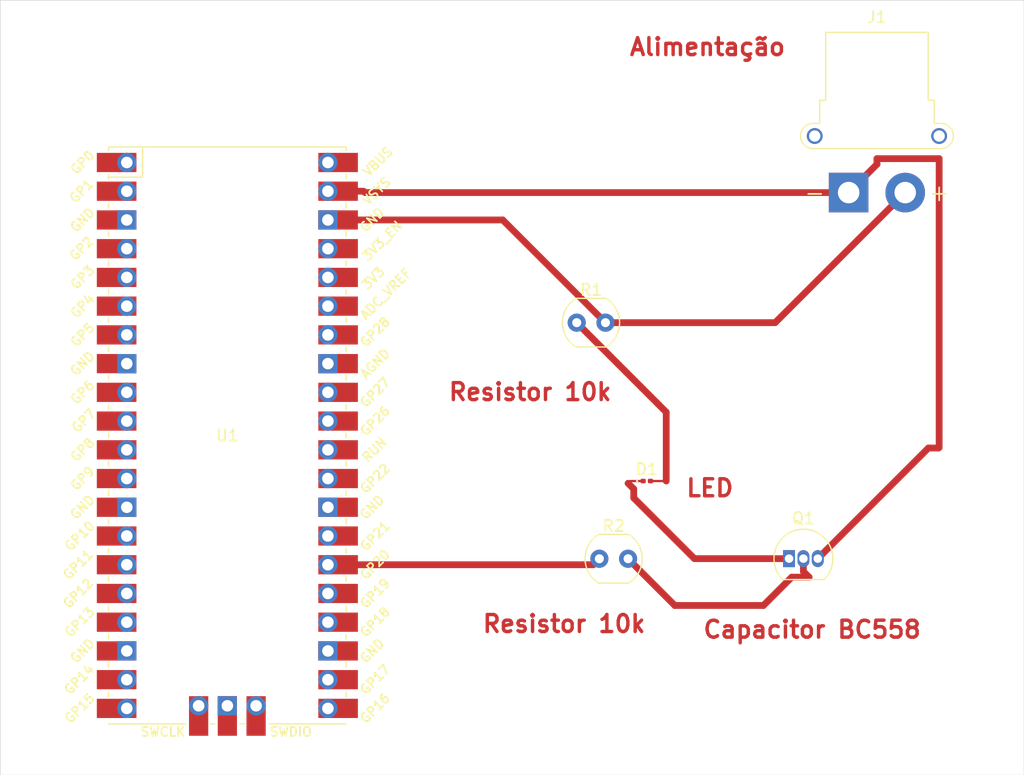
<source format=kicad_pcb>
(kicad_pcb (version 20240108) (generator "pcbnew") (generator_version "8.0")
  (layers (0 "F.Cu" signal) (31 "B.Cu" signal) (34 "B.Paste" user) (35 "F.Paste" user) (36 "B.SilkS" user "B.Silkscreen") (37 "F.SilkS" user "F.Silkscreen") (38 "B.Mask" user) (39 "F.Mask" user) (44 "Edge.Cuts" user))
  (net 0 "")
  (net 14 "VCC")
  (net 21 "Net-(D1-A)")
  (net 43 "Net-(D1-K)")
  (net 44 "Net-(Q1-B)")
  (net 45 "GND")
  (net 46 "Net-(U1-GPIO20)")
  (footprint "LED_SMD:LED_0201_0603Metric" (layer "F.Cu") (at 147.655 78)
    (property "Reference" "D1" (at 0 -1.05 0) (layer "F.SilkS"))
    (property "Value" "LED")
    (fp_circle (center -0.86 0) (end -0.81 0) (stroke (width 0.1)) (fill none) (layer "F.SilkS"))
    (pad "1" smd roundrect (at -0.32 0) (size 0.46 0.4) (layers "F.Cu" "F.Mask") (net 43 "Net-(D1-K)"))
    (pad "2" smd roundrect (at 0.32 0) (size 0.46 0.4) (layers "F.Cu" "F.Mask") (net 21 "Net-(D1-A)"))
  )
  (footprint "Connector_AMASS:AMASS_XT30PW-F_1x02_P2.50mm_Horizontal" (layer "F.Cu") (at 165.5 52.5)
    (property "Reference" "J1" (at 2.5 -15.5 0) (layer "F.SilkS"))
    (property "Value" "Alimentação")
    (fp_line (start -3.26 -6.11) (end -2.56 -6.11) (stroke (width 0.12)) (layer "F.SilkS"))
    (fp_line (start -3.26 -3.89) (end 8.26 -3.89) (stroke (width 0.12)) (layer "F.SilkS"))
    (fp_line (start -2.56 -8.16) (end -2.56 -6.11) (stroke (width 0.12)) (layer "F.SilkS"))
    (fp_line (start -2.56 -8.16) (end -2.03 -8.16) (stroke (width 0.12)) (layer "F.SilkS"))
    (fp_line (start -2.03 -14.16) (end -2.03 -8.16) (stroke (width 0.12)) (layer "F.SilkS"))
    (fp_line (start -2.03 -14.16) (end 7 -14.16) (stroke (width 0.12)) (layer "F.SilkS"))
    (fp_line (start 7.03 -14.16) (end 7.03 -8.16) (stroke (width 0.12)) (layer "F.SilkS"))
    (fp_line (start 7.03 -8.16) (end 7.56 -8.16) (stroke (width 0.12)) (layer "F.SilkS"))
    (fp_line (start 7.56 -8.16) (end 7.56 -6.11) (stroke (width 0.12)) (layer "F.SilkS"))
    (fp_line (start 7.56 -6.11) (end 8.26 -6.11) (stroke (width 0.12)) (layer "F.SilkS"))
    (fp_arc (start -3.321729 -3.903365) (mid -4.256653 -5.086124) (end -3.15 -6.11) (stroke (width 0.12)) (layer "F.SilkS"))
    (fp_arc (start 8.15 -6.11) (mid 9.26 -5) (end 8.15 -3.89) (stroke (width 0.12)) (layer "F.SilkS"))
    (fp_text user "+" (at 8 0 0) (layer "F.SilkS") (effects (font (size 1.5 1.5))))
    (fp_text user "-" (at -3 0 0) (layer "F.SilkS") (effects (font (size 1.5 1.5))))
    (pad "" thru_hole circle (at -3 -5 90) (size 1.4 1.4) (drill 1) (layers "*.Cu" "*.Mask"))
    (pad "" thru_hole circle (at 8 -5) (size 1.4 1.4) (drill 1) (layers "*.Cu" "*.Mask"))
    (pad "1" thru_hole rect (at 0 0) (size 3.5 3.5) (drill 1.9) (layers "*.Cu" "*.Mask") (net 14 "VCC"))
    (pad "2" thru_hole circle (at 5 0) (size 3.5 3.5) (drill 1.9) (layers "*.Cu" "*.Mask") (net 45 "GND"))
  )
  (footprint "Package_TO_SOT_THT:TO-92_Inline" (layer "F.Cu") (at 160.23 84.86)
    (property "Reference" "Q1" (at 1.27 -3.56 0) (layer "F.SilkS"))
    (property "Value" "BC558")
    (fp_line (start -0.53 1.85) (end 3.07 1.85) (stroke (width 0.12)) (layer "F.SilkS"))
    (fp_arc (start -0.568478 1.838478) (mid -1.132087 -0.994977) (end 1.27 -2.6) (stroke (width 0.12)) (layer "F.SilkS"))
    (fp_arc (start 1.27 -2.6) (mid 3.672087 -0.994977) (end 3.108478 1.838478) (stroke (width 0.12)) (layer "F.SilkS"))
    (pad "1" thru_hole rect (at 0 0) (size 1.05 1.5) (drill 0.75) (layers "*.Cu" "*.Mask") (net 43 "Net-(D1-K)"))
    (pad "2" thru_hole oval (at 1.27 0) (size 1.05 1.5) (drill 0.75) (layers "*.Cu" "*.Mask") (net 44 "Net-(Q1-B)"))
    (pad "3" thru_hole oval (at 2.54 0) (size 1.05 1.5) (drill 0.75) (layers "*.Cu" "*.Mask") (net 14 "VCC"))
  )
  (footprint "OptoDevice:R_LDR_4.9x4.2mm_P2.54mm_Vertical" (layer "F.Cu") (at 141.46 64)
    (property "Reference" "R1" (at 1.27 -2.9 0) (layer "F.SilkS"))
    (property "Value" "10k")
    (fp_line (start -0.05 -2.15) (end 2.6 -2.15) (stroke (width 0.12)) (layer "F.SilkS"))
    (fp_line (start -0.05 2.15) (end 2.6 2.15) (stroke (width 0.12)) (layer "F.SilkS"))
    (fp_arc (start -0.05 2.15) (mid -1.262424 0.01494) (end -0.075476 -2.134388) (stroke (width 0.12)) (layer "F.SilkS"))
    (fp_arc (start 2.6 -2.15) (mid 3.788646 -0.016616) (end 2.628027 2.132145) (stroke (width 0.12)) (layer "F.SilkS"))
    (pad "1" thru_hole circle (at 0 0) (size 1.6 1.6) (drill 0.8) (layers "*.Cu" "*.Mask") (net 21 "Net-(D1-A)"))
    (pad "2" thru_hole circle (at 2.54 0) (size 1.6 1.6) (drill 0.8) (layers "*.Cu" "*.Mask") (net 45 "GND"))
  )
  (footprint "MCU_RaspberryPi_and_Boards:RPi_Pico_SMD_TH" (layer "F.Cu") (at 110.575 73.97)
    (property "Reference" "U1" (at 0 0 0) (layer "F.SilkS"))
    (property "Value" "Pico")
    (fp_line (start -10.5 -25.5) (end -10.5 -25.2) (stroke (width 0.12)) (layer "F.SilkS"))
    (fp_line (start -10.5 -25.5) (end 10.5 -25.5) (stroke (width 0.12)) (layer "F.SilkS"))
    (fp_line (start -10.5 -23.1) (end -10.5 -22.7) (stroke (width 0.12)) (layer "F.SilkS"))
    (fp_line (start -10.5 -22.833) (end -7.493 -22.833) (stroke (width 0.12)) (layer "F.SilkS"))
    (fp_line (start -10.5 -20.5) (end -10.5 -20.1) (stroke (width 0.12)) (layer "F.SilkS"))
    (fp_line (start -10.5 -18) (end -10.5 -17.6) (stroke (width 0.12)) (layer "F.SilkS"))
    (fp_line (start -10.5 -15.4) (end -10.5 -15) (stroke (width 0.12)) (layer "F.SilkS"))
    (fp_line (start -10.5 -12.9) (end -10.5 -12.5) (stroke (width 0.12)) (layer "F.SilkS"))
    (fp_line (start -10.5 -10.4) (end -10.5 -10) (stroke (width 0.12)) (layer "F.SilkS"))
    (fp_line (start -10.5 -7.8) (end -10.5 -7.4) (stroke (width 0.12)) (layer "F.SilkS"))
    (fp_line (start -10.5 -5.3) (end -10.5 -4.9) (stroke (width 0.12)) (layer "F.SilkS"))
    (fp_line (start -10.5 -2.7) (end -10.5 -2.3) (stroke (width 0.12)) (layer "F.SilkS"))
    (fp_line (start -10.5 -0.2) (end -10.5 0.2) (stroke (width 0.12)) (layer "F.SilkS"))
    (fp_line (start -10.5 2.3) (end -10.5 2.7) (stroke (width 0.12)) (layer "F.SilkS"))
    (fp_line (start -10.5 4.9) (end -10.5 5.3) (stroke (width 0.12)) (layer "F.SilkS"))
    (fp_line (start -10.5 7.4) (end -10.5 7.8) (stroke (width 0.12)) (layer "F.SilkS"))
    (fp_line (start -10.5 10) (end -10.5 10.4) (stroke (width 0.12)) (layer "F.SilkS"))
    (fp_line (start -10.5 12.5) (end -10.5 12.9) (stroke (width 0.12)) (layer "F.SilkS"))
    (fp_line (start -10.5 15.1) (end -10.5 15.5) (stroke (width 0.12)) (layer "F.SilkS"))
    (fp_line (start -10.5 17.6) (end -10.5 18) (stroke (width 0.12)) (layer "F.SilkS"))
    (fp_line (start -10.5 20.1) (end -10.5 20.5) (stroke (width 0.12)) (layer "F.SilkS"))
    (fp_line (start -10.5 22.7) (end -10.5 23.1) (stroke (width 0.12)) (layer "F.SilkS"))
    (fp_line (start -7.493 -22.833) (end -7.493 -25.5) (stroke (width 0.12)) (layer "F.SilkS"))
    (fp_line (start -3.7 25.5) (end -10.5 25.5) (stroke (width 0.12)) (layer "F.SilkS"))
    (fp_line (start -1.5 25.5) (end -1.1 25.5) (stroke (width 0.12)) (layer "F.SilkS"))
    (fp_line (start 1.1 25.5) (end 1.5 25.5) (stroke (width 0.12)) (layer "F.SilkS"))
    (fp_line (start 10.5 -25.5) (end 10.5 -25.2) (stroke (width 0.12)) (layer "F.SilkS"))
    (fp_line (start 10.5 -23.1) (end 10.5 -22.7) (stroke (width 0.12)) (layer "F.SilkS"))
    (fp_line (start 10.5 -20.5) (end 10.5 -20.1) (stroke (width 0.12)) (layer "F.SilkS"))
    (fp_line (start 10.5 -18) (end 10.5 -17.6) (stroke (width 0.12)) (layer "F.SilkS"))
    (fp_line (start 10.5 -15.4) (end 10.5 -15) (stroke (width 0.12)) (layer "F.SilkS"))
    (fp_line (start 10.5 -12.9) (end 10.5 -12.5) (stroke (width 0.12)) (layer "F.SilkS"))
    (fp_line (start 10.5 -10.4) (end 10.5 -10) (stroke (width 0.12)) (layer "F.SilkS"))
    (fp_line (start 10.5 -7.8) (end 10.5 -7.4) (stroke (width 0.12)) (layer "F.SilkS"))
    (fp_line (start 10.5 -5.3) (end 10.5 -4.9) (stroke (width 0.12)) (layer "F.SilkS"))
    (fp_line (start 10.5 -2.7) (end 10.5 -2.3) (stroke (width 0.12)) (layer "F.SilkS"))
    (fp_line (start 10.5 -0.2) (end 10.5 0.2) (stroke (width 0.12)) (layer "F.SilkS"))
    (fp_line (start 10.5 2.3) (end 10.5 2.7) (stroke (width 0.12)) (layer "F.SilkS"))
    (fp_line (start 10.5 4.9) (end 10.5 5.3) (stroke (width 0.12)) (layer "F.SilkS"))
    (fp_line (start 10.5 7.4) (end 10.5 7.8) (stroke (width 0.12)) (layer "F.SilkS"))
    (fp_line (start 10.5 10) (end 10.5 10.4) (stroke (width 0.12)) (layer "F.SilkS"))
    (fp_line (start 10.5 12.5) (end 10.5 12.9) (stroke (width 0.12)) (layer "F.SilkS"))
    (fp_line (start 10.5 15.1) (end 10.5 15.5) (stroke (width 0.12)) (layer "F.SilkS"))
    (fp_line (start 10.5 17.6) (end 10.5 18) (stroke (width 0.12)) (layer "F.SilkS"))
    (fp_line (start 10.5 20.1) (end 10.5 20.5) (stroke (width 0.12)) (layer "F.SilkS"))
    (fp_line (start 10.5 22.7) (end 10.5 23.1) (stroke (width 0.12)) (layer "F.SilkS"))
    (fp_line (start 10.5 25.5) (end 3.7 25.5) (stroke (width 0.12)) (layer "F.SilkS"))
    (fp_text user "SWDIO" (at 5.6 26.2 0) (layer "F.SilkS") (effects (font (size 0.8 0.8))))
    (fp_text user "GND" (at -12.8 19.05 45) (layer "F.SilkS") (effects (font (size 0.8 0.8))))
    (fp_text user "GP8" (at -12.8 1.27 45) (layer "F.SilkS") (effects (font (size 0.8 0.8))))
    (fp_text user "GP20" (at 13.054 11.43 45) (layer "F.SilkS") (effects (font (size 0.8 0.8))))
    (fp_text user "GP22" (at 13.054 3.81 45) (layer "F.SilkS") (effects (font (size 0.8 0.8))))
    (fp_text user "GND" (at 12.8 19.05 45) (layer "F.SilkS") (effects (font (size 0.8 0.8))))
    (fp_text user "ADC_VREF" (at 14 -12.5 45) (layer "F.SilkS") (effects (font (size 0.8 0.8))))
    (fp_text user "GND" (at -12.8 6.35 45) (layer "F.SilkS") (effects (font (size 0.8 0.8))))
    (fp_text user "GP0" (at -12.8 -24.13 45) (layer "F.SilkS") (effects (font (size 0.8 0.8))))
    (fp_text user "GND" (at 12.8 6.35 45) (layer "F.SilkS") (effects (font (size 0.8 0.8))))
    (fp_text user "GP7" (at -12.7 -1.3 45) (layer "F.SilkS") (effects (font (size 0.8 0.8))))
    (fp_text user "GP27" (at 13.054 -3.8 45) (layer "F.SilkS") (effects (font (size 0.8 0.8))))
    (fp_text user "GP3" (at -12.8 -13.97 45) (layer "F.SilkS") (effects (font (size 0.8 0.8))))
    (fp_text user "GP14" (at -13.1 21.59 45) (layer "F.SilkS") (effects (font (size 0.8 0.8))))
    (fp_text user "GP2" (at -12.9 -16.51 45) (layer "F.SilkS") (effects (font (size 0.8 0.8))))
    (fp_text user "GP19" (at 13.054 13.97 45) (layer "F.SilkS") (effects (font (size 0.8 0.8))))
    (fp_text user "VSYS" (at 13.2 -21.59 45) (layer "F.SilkS") (effects (font (size 0.8 0.8))))
    (fp_text user "VBUS" (at 13.3 -24.2 45) (layer "F.SilkS") (effects (font (size 0.8 0.8))))
    (fp_text user "GP5" (at -12.8 -8.89 45) (layer "F.SilkS") (effects (font (size 0.8 0.8))))
    (fp_text user "GP1" (at -12.9 -21.6 45) (layer "F.SilkS") (effects (font (size 0.8 0.8))))
    (fp_text user "3V3_EN" (at 13.7 -17.2 45) (layer "F.SilkS") (effects (font (size 0.8 0.8))))
    (fp_text user "GND" (at 12.8 -19.05 45) (layer "F.SilkS") (effects (font (size 0.8 0.8))))
    (fp_text user "GP10" (at -13.054 8.89 45) (layer "F.SilkS") (effects (font (size 0.8 0.8))))
    (fp_text user "GP9" (at -12.8 3.81 45) (layer "F.SilkS") (effects (font (size 0.8 0.8))))
    (fp_text user "AGND" (at 13.054 -6.35 45) (layer "F.SilkS") (effects (font (size 0.8 0.8))))
    (fp_text user "GP18" (at 13.054 16.51 45) (layer "F.SilkS") (effects (font (size 0.8 0.8))))
    (fp_text user "RUN" (at 13 1.27 45) (layer "F.SilkS") (effects (font (size 0.8 0.8))))
    (fp_text user "GP11" (at -13.2 11.43 45) (layer "F.SilkS") (effects (font (size 0.8 0.8))))
    (fp_text user "SWCLK" (at -5.7 26.2 0) (layer "F.SilkS") (effects (font (size 0.8 0.8))))
    (fp_text user "GND" (at -12.8 -6.35 45) (layer "F.SilkS") (effects (font (size 0.8 0.8))))
    (fp_text user "GP6" (at -12.8 -3.81 45) (layer "F.SilkS") (effects (font (size 0.8 0.8))))
    (fp_text user "GP4" (at -12.8 -11.43 45) (layer "F.SilkS") (effects (font (size 0.8 0.8))))
    (fp_text user "GND" (at -12.8 -19.05 45) (layer "F.SilkS") (effects (font (size 0.8 0.8))))
    (fp_text user "GP17" (at 13.054 21.59 45) (layer "F.SilkS") (effects (font (size 0.8 0.8))))
    (fp_text user "GP21" (at 13.054 8.9 45) (layer "F.SilkS") (effects (font (size 0.8 0.8))))
    (fp_text user "GP26" (at 13.054 -1.27 45) (layer "F.SilkS") (effects (font (size 0.8 0.8))))
    (fp_text user "GP15" (at -13.054 24.13 45) (layer "F.SilkS") (effects (font (size 0.8 0.8))))
    (fp_text user "GP28" (at 13.054 -9.144 45) (layer "F.SilkS") (effects (font (size 0.8 0.8))))
    (fp_text user "GP16" (at 13.054 24.13 45) (layer "F.SilkS") (effects (font (size 0.8 0.8))))
    (fp_text user "3V3" (at 12.9 -13.9 45) (layer "F.SilkS") (effects (font (size 0.8 0.8))))
    (fp_text user "GP12" (at -13.2 13.97 45) (layer "F.SilkS") (effects (font (size 0.8 0.8))))
    (fp_text user "GP13" (at -13.054 16.51 45) (layer "F.SilkS") (effects (font (size 0.8 0.8))))
    (pad "" np_thru_hole oval (at -2.725 -24) (size 1.8 1.8) (drill 1.8) (layers "*.Cu" "*.Mask"))
    (pad "" np_thru_hole oval (at -2.425 -20.97) (size 1.5 1.5) (drill 1.5) (layers "*.Cu" "*.Mask"))
    (pad "" np_thru_hole oval (at 2.425 -20.97) (size 1.5 1.5) (drill 1.5) (layers "*.Cu" "*.Mask"))
    (pad "" np_thru_hole oval (at 2.725 -24) (size 1.8 1.8) (drill 1.8) (layers "*.Cu" "*.Mask"))
    (pad "1" thru_hole oval (at -8.89 -24.13) (size 1.7 1.7) (drill 1.02) (layers "*.Cu" "*.Mask"))
    (pad "1" smd rect (at -8.89 -24.13) (size 3.5 1.7) (drill (offset -0.9 0)) (layers "F.Cu" "F.Mask"))
    (pad "2" thru_hole oval (at -8.89 -21.59) (size 1.7 1.7) (drill 1.02) (layers "*.Cu" "*.Mask"))
    (pad "2" smd rect (at -8.89 -21.59) (size 3.5 1.7) (drill (offset -0.9 0)) (layers "F.Cu" "F.Mask"))
    (pad "3" thru_hole rect (at -8.89 -19.05) (size 1.7 1.7) (drill 1.02) (layers "*.Cu" "*.Mask"))
    (pad "3" smd rect (at -8.89 -19.05) (size 3.5 1.7) (drill (offset -0.9 0)) (layers "F.Cu" "F.Mask"))
    (pad "4" thru_hole oval (at -8.89 -16.51) (size 1.7 1.7) (drill 1.02) (layers "*.Cu" "*.Mask"))
    (pad "4" smd rect (at -8.89 -16.51) (size 3.5 1.7) (drill (offset -0.9 0)) (layers "F.Cu" "F.Mask"))
    (pad "5" thru_hole oval (at -8.89 -13.97) (size 1.7 1.7) (drill 1.02) (layers "*.Cu" "*.Mask"))
    (pad "5" smd rect (at -8.89 -13.97) (size 3.5 1.7) (drill (offset -0.9 0)) (layers "F.Cu" "F.Mask"))
    (pad "6" thru_hole oval (at -8.89 -11.43) (size 1.7 1.7) (drill 1.02) (layers "*.Cu" "*.Mask"))
    (pad "6" smd rect (at -8.89 -11.43) (size 3.5 1.7) (drill (offset -0.9 0)) (layers "F.Cu" "F.Mask"))
    (pad "7" thru_hole oval (at -8.89 -8.89) (size 1.7 1.7) (drill 1.02) (layers "*.Cu" "*.Mask"))
    (pad "7" smd rect (at -8.89 -8.89) (size 3.5 1.7) (drill (offset -0.9 0)) (layers "F.Cu" "F.Mask"))
    (pad "8" thru_hole rect (at -8.89 -6.35) (size 1.7 1.7) (drill 1.02) (layers "*.Cu" "*.Mask"))
    (pad "8" smd rect (at -8.89 -6.35) (size 3.5 1.7) (drill (offset -0.9 0)) (layers "F.Cu" "F.Mask"))
    (pad "9" thru_hole oval (at -8.89 -3.81) (size 1.7 1.7) (drill 1.02) (layers "*.Cu" "*.Mask"))
    (pad "9" smd rect (at -8.89 -3.81) (size 3.5 1.7) (drill (offset -0.9 0)) (layers "F.Cu" "F.Mask"))
    (pad "10" thru_hole oval (at -8.89 -1.27) (size 1.7 1.7) (drill 1.02) (layers "*.Cu" "*.Mask"))
    (pad "10" smd rect (at -8.89 -1.27) (size 3.5 1.7) (drill (offset -0.9 0)) (layers "F.Cu" "F.Mask"))
    (pad "11" thru_hole oval (at -8.89 1.27) (size 1.7 1.7) (drill 1.02) (layers "*.Cu" "*.Mask"))
    (pad "11" smd rect (at -8.89 1.27) (size 3.5 1.7) (drill (offset -0.9 0)) (layers "F.Cu" "F.Mask"))
    (pad "12" thru_hole oval (at -8.89 3.81) (size 1.7 1.7) (drill 1.02) (layers "*.Cu" "*.Mask"))
    (pad "12" smd rect (at -8.89 3.81) (size 3.5 1.7) (drill (offset -0.9 0)) (layers "F.Cu" "F.Mask"))
    (pad "13" thru_hole rect (at -8.89 6.35) (size 1.7 1.7) (drill 1.02) (layers "*.Cu" "*.Mask"))
    (pad "13" smd rect (at -8.89 6.35) (size 3.5 1.7) (drill (offset -0.9 0)) (layers "F.Cu" "F.Mask"))
    (pad "14" thru_hole oval (at -8.89 8.89) (size 1.7 1.7) (drill 1.02) (layers "*.Cu" "*.Mask"))
    (pad "14" smd rect (at -8.89 8.89) (size 3.5 1.7) (drill (offset -0.9 0)) (layers "F.Cu" "F.Mask"))
    (pad "15" thru_hole oval (at -8.89 11.43) (size 1.7 1.7) (drill 1.02) (layers "*.Cu" "*.Mask"))
    (pad "15" smd rect (at -8.89 11.43) (size 3.5 1.7) (drill (offset -0.9 0)) (layers "F.Cu" "F.Mask"))
    (pad "16" thru_hole oval (at -8.89 13.97) (size 1.7 1.7) (drill 1.02) (layers "*.Cu" "*.Mask"))
    (pad "16" smd rect (at -8.89 13.97) (size 3.5 1.7) (drill (offset -0.9 0)) (layers "F.Cu" "F.Mask"))
    (pad "17" thru_hole oval (at -8.89 16.51) (size 1.7 1.7) (drill 1.02) (layers "*.Cu" "*.Mask"))
    (pad "17" smd rect (at -8.89 16.51) (size 3.5 1.7) (drill (offset -0.9 0)) (layers "F.Cu" "F.Mask"))
    (pad "18" thru_hole rect (at -8.89 19.05) (size 1.7 1.7) (drill 1.02) (layers "*.Cu" "*.Mask"))
    (pad "18" smd rect (at -8.89 19.05) (size 3.5 1.7) (drill (offset -0.9 0)) (layers "F.Cu" "F.Mask"))
    (pad "19" thru_hole oval (at -8.89 21.59) (size 1.7 1.7) (drill 1.02) (layers "*.Cu" "*.Mask"))
    (pad "19" smd rect (at -8.89 21.59) (size 3.5 1.7) (drill (offset -0.9 0)) (layers "F.Cu" "F.Mask"))
    (pad "20" thru_hole oval (at -8.89 24.13) (size 1.7 1.7) (drill 1.02) (layers "*.Cu" "*.Mask"))
    (pad "20" smd rect (at -8.89 24.13) (size 3.5 1.7) (drill (offset -0.9 0)) (layers "F.Cu" "F.Mask"))
    (pad "21" thru_hole oval (at 8.89 24.13) (size 1.7 1.7) (drill 1.02) (layers "*.Cu" "*.Mask"))
    (pad "21" smd rect (at 8.89 24.13) (size 3.5 1.7) (drill (offset 0.9 0)) (layers "F.Cu" "F.Mask"))
    (pad "22" thru_hole oval (at 8.89 21.59) (size 1.7 1.7) (drill 1.02) (layers "*.Cu" "*.Mask"))
    (pad "22" smd rect (at 8.89 21.59) (size 3.5 1.7) (drill (offset 0.9 0)) (layers "F.Cu" "F.Mask"))
    (pad "23" thru_hole rect (at 8.89 19.05) (size 1.7 1.7) (drill 1.02) (layers "*.Cu" "*.Mask"))
    (pad "23" smd rect (at 8.89 19.05) (size 3.5 1.7) (drill (offset 0.9 0)) (layers "F.Cu" "F.Mask"))
    (pad "24" thru_hole oval (at 8.89 16.51) (size 1.7 1.7) (drill 1.02) (layers "*.Cu" "*.Mask"))
    (pad "24" smd rect (at 8.89 16.51) (size 3.5 1.7) (drill (offset 0.9 0)) (layers "F.Cu" "F.Mask"))
    (pad "25" thru_hole oval (at 8.89 13.97) (size 1.7 1.7) (drill 1.02) (layers "*.Cu" "*.Mask"))
    (pad "25" smd rect (at 8.89 13.97) (size 3.5 1.7) (drill (offset 0.9 0)) (layers "F.Cu" "F.Mask"))
    (pad "26" thru_hole oval (at 8.89 11.43) (size 1.7 1.7) (drill 1.02) (layers "*.Cu" "*.Mask") (net 46 "Net-(U1-GPIO20)"))
    (pad "26" smd rect (at 8.89 11.43) (size 3.5 1.7) (drill (offset 0.9 0)) (layers "F.Cu" "F.Mask") (net 46 "Net-(U1-GPIO20)"))
    (pad "27" thru_hole oval (at 8.89 8.89) (size 1.7 1.7) (drill 1.02) (layers "*.Cu" "*.Mask"))
    (pad "27" smd rect (at 8.89 8.89) (size 3.5 1.7) (drill (offset 0.9 0)) (layers "F.Cu" "F.Mask"))
    (pad "28" thru_hole rect (at 8.89 6.35) (size 1.7 1.7) (drill 1.02) (layers "*.Cu" "*.Mask"))
    (pad "28" smd rect (at 8.89 6.35) (size 3.5 1.7) (drill (offset 0.9 0)) (layers "F.Cu" "F.Mask"))
    (pad "29" thru_hole oval (at 8.89 3.81) (size 1.7 1.7) (drill 1.02) (layers "*.Cu" "*.Mask"))
    (pad "29" smd rect (at 8.89 3.81) (size 3.5 1.7) (drill (offset 0.9 0)) (layers "F.Cu" "F.Mask"))
    (pad "30" thru_hole oval (at 8.89 1.27) (size 1.7 1.7) (drill 1.02) (layers "*.Cu" "*.Mask"))
    (pad "30" smd rect (at 8.89 1.27) (size 3.5 1.7) (drill (offset 0.9 0)) (layers "F.Cu" "F.Mask"))
    (pad "31" thru_hole oval (at 8.89 -1.27) (size 1.7 1.7) (drill 1.02) (layers "*.Cu" "*.Mask"))
    (pad "31" smd rect (at 8.89 -1.27) (size 3.5 1.7) (drill (offset 0.9 0)) (layers "F.Cu" "F.Mask"))
    (pad "32" thru_hole oval (at 8.89 -3.81) (size 1.7 1.7) (drill 1.02) (layers "*.Cu" "*.Mask"))
    (pad "32" smd rect (at 8.89 -3.81) (size 3.5 1.7) (drill (offset 0.9 0)) (layers "F.Cu" "F.Mask"))
    (pad "33" thru_hole rect (at 8.89 -6.35) (size 1.7 1.7) (drill 1.02) (layers "*.Cu" "*.Mask"))
    (pad "33" smd rect (at 8.89 -6.35) (size 3.5 1.7) (drill (offset 0.9 0)) (layers "F.Cu" "F.Mask"))
    (pad "34" thru_hole oval (at 8.89 -8.89) (size 1.7 1.7) (drill 1.02) (layers "*.Cu" "*.Mask"))
    (pad "34" smd rect (at 8.89 -8.89) (size 3.5 1.7) (drill (offset 0.9 0)) (layers "F.Cu" "F.Mask"))
    (pad "35" thru_hole oval (at 8.89 -11.43) (size 1.7 1.7) (drill 1.02) (layers "*.Cu" "*.Mask"))
    (pad "35" smd rect (at 8.89 -11.43) (size 3.5 1.7) (drill (offset 0.9 0)) (layers "F.Cu" "F.Mask"))
    (pad "36" thru_hole oval (at 8.89 -13.97) (size 1.7 1.7) (drill 1.02) (layers "*.Cu" "*.Mask"))
    (pad "36" smd rect (at 8.89 -13.97) (size 3.5 1.7) (drill (offset 0.9 0)) (layers "F.Cu" "F.Mask"))
    (pad "37" thru_hole oval (at 8.89 -16.51) (size 1.7 1.7) (drill 1.02) (layers "*.Cu" "*.Mask"))
    (pad "37" smd rect (at 8.89 -16.51) (size 3.5 1.7) (drill (offset 0.9 0)) (layers "F.Cu" "F.Mask"))
    (pad "38" thru_hole rect (at 8.89 -19.05) (size 1.7 1.7) (drill 1.02) (layers "*.Cu" "*.Mask") (net 45 "GND"))
    (pad "38" smd rect (at 8.89 -19.05) (size 3.5 1.7) (drill (offset 0.9 0)) (layers "F.Cu" "F.Mask") (net 45 "GND"))
    (pad "39" thru_hole oval (at 8.89 -21.59) (size 1.7 1.7) (drill 1.02) (layers "*.Cu" "*.Mask") (net 14 "VCC"))
    (pad "39" smd rect (at 8.89 -21.59) (size 3.5 1.7) (drill (offset 0.9 0)) (layers "F.Cu" "F.Mask") (net 14 "VCC"))
    (pad "40" thru_hole oval (at 8.89 -24.13) (size 1.7 1.7) (drill 1.02) (layers "*.Cu" "*.Mask"))
    (pad "40" smd rect (at 8.89 -24.13) (size 3.5 1.7) (drill (offset 0.9 0)) (layers "F.Cu" "F.Mask"))
    (pad "41" thru_hole oval (at -2.54 23.9) (size 1.7 1.7) (drill 1.02) (layers "*.Cu" "*.Mask"))
    (pad "41" smd rect (at -2.54 23.9 90) (size 3.5 1.7) (drill (offset -0.9 0)) (layers "F.Cu" "F.Mask"))
    (pad "42" thru_hole rect (at 0 23.9) (size 1.7 1.7) (drill 1.02) (layers "*.Cu" "*.Mask"))
    (pad "42" smd rect (at 0 23.9 90) (size 3.5 1.7) (drill (offset -0.9 0)) (layers "F.Cu" "F.Mask"))
    (pad "43" thru_hole oval (at 2.54 23.9) (size 1.7 1.7) (drill 1.02) (layers "*.Cu" "*.Mask"))
    (pad "43" smd rect (at 2.54 23.9 90) (size 3.5 1.7) (drill (offset -0.9 0)) (layers "F.Cu" "F.Mask"))
  )
  (footprint "OptoDevice:R_LDR_4.9x4.2mm_P2.54mm_Vertical" (layer "F.Cu") (at 143.46 84.87)
    (property "Reference" "R2" (at 1.27 -2.9 0) (layer "F.SilkS"))
    (property "Value" "10k")
    (fp_line (start -0.05 -2.15) (end 2.6 -2.15) (stroke (width 0.12)) (layer "F.SilkS"))
    (fp_line (start -0.05 2.15) (end 2.6 2.15) (stroke (width 0.12)) (layer "F.SilkS"))
    (fp_arc (start -0.05 2.15) (mid -1.262424 0.01494) (end -0.075476 -2.134388) (stroke (width 0.12)) (layer "F.SilkS"))
    (fp_arc (start 2.6 -2.15) (mid 3.788646 -0.016616) (end 2.628027 2.132145) (stroke (width 0.12)) (layer "F.SilkS"))
    (pad "1" thru_hole circle (at 0 0) (size 1.6 1.6) (drill 0.8) (layers "*.Cu" "*.Mask") (net 46 "Net-(U1-GPIO20)"))
    (pad "2" thru_hole circle (at 2.54 0) (size 1.6 1.6) (drill 0.8) (layers "*.Cu" "*.Mask") (net 44 "Net-(Q1-B)"))
  )
  (gr_rect (start 90.5 35.5) (end 181 104) (stroke (width 0.05)) (fill none) (layer "Edge.Cuts"))
  (gr_text "Resistor 10k\n" (at 133 91.5 0) (layer "F.Cu") (effects (font (size 1.5 1.5) (thickness 0.3) (bold yes)) (justify left bottom)))
  (gr_text "Capacitor BC558" (at 152.5 92 0) (layer "F.Cu") (effects (font (size 1.5 1.5) (thickness 0.3) (bold yes)) (justify left bottom)))
  (gr_text "Resistor 10k\n" (at 130 71 0) (layer "F.Cu") (effects (font (size 1.5 1.5) (thickness 0.3) (bold yes)) (justify left bottom)))
  (gr_text "LED" (at 151 79.5 0) (layer "F.Cu") (effects (font (size 1.5 1.5) (thickness 0.3) (bold yes)) (justify left bottom)))
  (gr_text "Alimentação\n" (at 146 40.5 0) (layer "F.Cu") (effects (font (size 1.5 1.5) (thickness 0.3) (bold yes)) (justify left bottom)))
  (segment (start 173.45 75.08) (end 173.5 75.03) (width 0.6) (layer "F.Cu") (net 14))
  (segment (start 168 49.5) (end 173.5 49.5) (width 0.6) (layer "F.Cu") (net 14))
  (segment (start 162.77 84.86) (end 172.55 75.08) (width 0.6) (layer "F.Cu") (net 14))
  (segment (start 119.465 52.38) (end 122.62 52.38) (width 0.6) (layer "F.Cu") (net 14))
  (segment (start 122.62 52.38) (end 122.74 52.5) (width 0.2) (layer "F.Cu") (net 14))
  (segment (start 122.74 52.5) (end 165.5 52.5) (width 0.6) (layer "F.Cu") (net 14))
  (segment (start 172.55 75.08) (end 173.45 75.08) (width 0.6) (layer "F.Cu") (net 14))
  (segment (start 168 50) (end 168 49.5) (width 0.6) (layer "F.Cu") (net 14))
  (segment (start 173.5 75.03) (end 173.5 49.5) (width 0.6) (layer "F.Cu") (net 14))
  (segment (start 165.5 52.5) (end 168 50) (width 0.6) (layer "F.Cu") (net 14))
  (segment (start 149.371759 71.911759) (end 141.46 64) (width 0.6) (layer "F.Cu") (net 21))
  (segment (start 147.975 78) (end 149.371759 78) (width 0.2) (layer "F.Cu") (net 21))
  (segment (start 149.371759 78) (end 149.371759 71.911759) (width 0.6) (layer "F.Cu") (net 21))
  (segment (start 146.199999 78) (end 146 78.199999) (width 0.2) (layer "F.Cu") (net 43))
  (segment (start 146.5 78.699999) (end 146.5 79.5) (width 0.6) (layer "F.Cu") (net 43))
  (segment (start 146 78.199999) (end 146.5 78.699999) (width 0.6) (layer "F.Cu") (net 43))
  (segment (start 151.86 84.86) (end 160.23 84.86) (width 0.6) (layer "F.Cu") (net 43))
  (segment (start 146.5 79.5) (end 151.86 84.86) (width 0.6) (layer "F.Cu") (net 43))
  (segment (start 147.335 78) (end 146.199999 78) (width 0.2) (layer "F.Cu") (net 43))
  (segment (start 160.465 86.5) (end 157.965 89) (width 0.6) (layer "F.Cu") (net 44))
  (segment (start 161.5 86) (end 161.5 84.86) (width 0.6) (layer "F.Cu") (net 44))
  (segment (start 150.13 89) (end 147.04 85.91) (width 0.6) (layer "F.Cu") (net 44))
  (segment (start 162 86.5) (end 161.5 86) (width 0.6) (layer "F.Cu") (net 44))
  (segment (start 147.04 85.91) (end 146 84.87) (width 0.6) (layer "F.Cu") (net 44))
  (segment (start 157.965 89) (end 150.13 89) (width 0.6) (layer "F.Cu") (net 44))
  (segment (start 162 86.5) (end 160.465 86.5) (width 0.6) (layer "F.Cu") (net 44))
  (segment (start 119.465 54.92) (end 134.92 54.92) (width 0.6) (layer "F.Cu") (net 45))
  (segment (start 144 64) (end 159 64) (width 0.6) (layer "F.Cu") (net 45))
  (segment (start 134.92 54.92) (end 144 64) (width 0.6) (layer "F.Cu") (net 45))
  (segment (start 159 64) (end 170.5 52.5) (width 0.6) (layer "F.Cu") (net 45))
  (segment (start 142.93 85.4) (end 143.46 84.87) (width 0.2) (layer "F.Cu") (net 46))
  (segment (start 119.465 85.4) (end 142.93 85.4) (width 0.6) (layer "F.Cu") (net 46))
)
</source>
